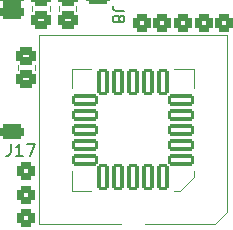
<source format=gto>
G04 #@! TF.GenerationSoftware,KiCad,Pcbnew,7.0.11*
G04 #@! TF.CreationDate,2025-03-05T13:55:33+11:00*
G04 #@! TF.ProjectId,notestmode3,6e6f7465-7374-46d6-9f64-65332e6b6963,rev?*
G04 #@! TF.SameCoordinates,Original*
G04 #@! TF.FileFunction,Legend,Top*
G04 #@! TF.FilePolarity,Positive*
%FSLAX46Y46*%
G04 Gerber Fmt 4.6, Leading zero omitted, Abs format (unit mm)*
G04 Created by KiCad (PCBNEW 7.0.11) date 2025-03-05 13:55:33*
%MOMM*%
%LPD*%
G01*
G04 APERTURE LIST*
G04 Aperture macros list*
%AMRoundRect*
0 Rectangle with rounded corners*
0 $1 Rounding radius*
0 $2 $3 $4 $5 $6 $7 $8 $9 X,Y pos of 4 corners*
0 Add a 4 corners polygon primitive as box body*
4,1,4,$2,$3,$4,$5,$6,$7,$8,$9,$2,$3,0*
0 Add four circle primitives for the rounded corners*
1,1,$1+$1,$2,$3*
1,1,$1+$1,$4,$5*
1,1,$1+$1,$6,$7*
1,1,$1+$1,$8,$9*
0 Add four rect primitives between the rounded corners*
20,1,$1+$1,$2,$3,$4,$5,0*
20,1,$1+$1,$4,$5,$6,$7,0*
20,1,$1+$1,$6,$7,$8,$9,0*
20,1,$1+$1,$8,$9,$2,$3,0*%
G04 Aperture macros list end*
%ADD10C,0.150000*%
%ADD11C,0.119998*%
%ADD12C,0.100000*%
%ADD13RoundRect,0.300960X-0.451440X-0.451440X0.451440X-0.451440X0.451440X0.451440X-0.451440X0.451440X0*%
%ADD14RoundRect,0.317500X-0.723900X-0.317500X0.723900X-0.317500X0.723900X0.317500X-0.723900X0.317500X0*%
%ADD15RoundRect,0.313500X0.538900X-0.438900X0.538900X0.438900X-0.538900X0.438900X-0.538900X-0.438900X0*%
%ADD16RoundRect,0.152400X0.350000X0.962500X-0.350000X0.962500X-0.350000X-0.962500X0.350000X-0.962500X0*%
%ADD17RoundRect,0.152400X0.962500X0.350000X-0.962500X0.350000X-0.962500X-0.350000X0.962500X-0.350000X0*%
G04 APERTURE END LIST*
D10*
X122690476Y-143204819D02*
X122690476Y-143919104D01*
X122690476Y-143919104D02*
X122642857Y-144061961D01*
X122642857Y-144061961D02*
X122547619Y-144157200D01*
X122547619Y-144157200D02*
X122404762Y-144204819D01*
X122404762Y-144204819D02*
X122309524Y-144204819D01*
X123690476Y-144204819D02*
X123119048Y-144204819D01*
X123404762Y-144204819D02*
X123404762Y-143204819D01*
X123404762Y-143204819D02*
X123309524Y-143347676D01*
X123309524Y-143347676D02*
X123214286Y-143442914D01*
X123214286Y-143442914D02*
X123119048Y-143490533D01*
X124023810Y-143204819D02*
X124690476Y-143204819D01*
X124690476Y-143204819D02*
X124261905Y-144204819D01*
X132295180Y-131916666D02*
X131580895Y-131916666D01*
X131580895Y-131916666D02*
X131438038Y-131869047D01*
X131438038Y-131869047D02*
X131342800Y-131773809D01*
X131342800Y-131773809D02*
X131295180Y-131630952D01*
X131295180Y-131630952D02*
X131295180Y-131535714D01*
X131866609Y-132535714D02*
X131914228Y-132440476D01*
X131914228Y-132440476D02*
X131961847Y-132392857D01*
X131961847Y-132392857D02*
X132057085Y-132345238D01*
X132057085Y-132345238D02*
X132104704Y-132345238D01*
X132104704Y-132345238D02*
X132199942Y-132392857D01*
X132199942Y-132392857D02*
X132247561Y-132440476D01*
X132247561Y-132440476D02*
X132295180Y-132535714D01*
X132295180Y-132535714D02*
X132295180Y-132726190D01*
X132295180Y-132726190D02*
X132247561Y-132821428D01*
X132247561Y-132821428D02*
X132199942Y-132869047D01*
X132199942Y-132869047D02*
X132104704Y-132916666D01*
X132104704Y-132916666D02*
X132057085Y-132916666D01*
X132057085Y-132916666D02*
X131961847Y-132869047D01*
X131961847Y-132869047D02*
X131914228Y-132821428D01*
X131914228Y-132821428D02*
X131866609Y-132726190D01*
X131866609Y-132726190D02*
X131866609Y-132535714D01*
X131866609Y-132535714D02*
X131818990Y-132440476D01*
X131818990Y-132440476D02*
X131771371Y-132392857D01*
X131771371Y-132392857D02*
X131676133Y-132345238D01*
X131676133Y-132345238D02*
X131485657Y-132345238D01*
X131485657Y-132345238D02*
X131390419Y-132392857D01*
X131390419Y-132392857D02*
X131342800Y-132440476D01*
X131342800Y-132440476D02*
X131295180Y-132535714D01*
X131295180Y-132535714D02*
X131295180Y-132726190D01*
X131295180Y-132726190D02*
X131342800Y-132821428D01*
X131342800Y-132821428D02*
X131390419Y-132869047D01*
X131390419Y-132869047D02*
X131485657Y-132916666D01*
X131485657Y-132916666D02*
X131676133Y-132916666D01*
X131676133Y-132916666D02*
X131771371Y-132869047D01*
X131771371Y-132869047D02*
X131818990Y-132821428D01*
X131818990Y-132821428D02*
X131866609Y-132726190D01*
D11*
G04 #@! TO.C,R1*
X123265000Y-136977064D02*
X123265000Y-136522936D01*
X124735000Y-136977064D02*
X124735000Y-136522936D01*
G04 #@! TO.C,R2*
X124515000Y-131977064D02*
X124515000Y-131522936D01*
X125985000Y-131977064D02*
X125985000Y-131522936D01*
G04 #@! TO.C,R3*
X126765000Y-131977064D02*
X126765000Y-131522936D01*
X128235000Y-131977064D02*
X128235000Y-131522936D01*
G04 #@! TO.C,U2*
X140975000Y-148975000D02*
X140975000Y-134025000D01*
X140975000Y-134025000D02*
X125025000Y-134025000D01*
X139975000Y-149975000D02*
X140975000Y-148975000D01*
D12*
X138165000Y-146015000D02*
X138165000Y-145515000D01*
X138165000Y-136835000D02*
X138165000Y-138485000D01*
X137015000Y-147165000D02*
X138165000Y-146015000D01*
X136515000Y-147165000D02*
X137015000Y-147165000D01*
X136515000Y-136835000D02*
X138165000Y-136835000D01*
D11*
X134000000Y-149975000D02*
X139975000Y-149975000D01*
D12*
X129485000Y-147165000D02*
X127835000Y-147165000D01*
X129485000Y-136835000D02*
X127835000Y-136835000D01*
X127835000Y-147165000D02*
X127835000Y-145515000D01*
X127835000Y-136835000D02*
X127835000Y-138485000D01*
D11*
X125025000Y-149975000D02*
X132000000Y-149975000D01*
X125025000Y-134025000D02*
X125025000Y-149975000D01*
G04 #@! TD*
%LPC*%
D13*
G04 #@! TO.C,J6*
X137250000Y-132999000D03*
G04 #@! TD*
G04 #@! TO.C,J4*
X140750000Y-133000000D03*
G04 #@! TD*
G04 #@! TO.C,J17*
X124000000Y-145500000D03*
G04 #@! TD*
G04 #@! TO.C,J8*
X133750000Y-132999000D03*
G04 #@! TD*
G04 #@! TO.C,J7*
X135500000Y-133000000D03*
G04 #@! TD*
G04 #@! TO.C,J19*
X124000000Y-149500000D03*
G04 #@! TD*
D14*
G04 #@! TO.C,J1*
X122809000Y-127000000D03*
X122809000Y-128270000D03*
X122809000Y-129540000D03*
X122809000Y-130810000D03*
X122809000Y-132080000D03*
X122809000Y-142240000D03*
X130048000Y-130810000D03*
X130048000Y-129540000D03*
X130048000Y-128270000D03*
X130048000Y-127000000D03*
G04 #@! TD*
D13*
G04 #@! TO.C,J5*
X139000000Y-133000000D03*
G04 #@! TD*
D15*
G04 #@! TO.C,R1*
X124000000Y-137750000D03*
X124000000Y-135750000D03*
G04 #@! TD*
G04 #@! TO.C,R2*
X125250000Y-132750000D03*
X125250000Y-130750000D03*
G04 #@! TD*
D13*
G04 #@! TO.C,J18*
X124000000Y-147500000D03*
G04 #@! TD*
D15*
G04 #@! TO.C,R3*
X127500000Y-132750000D03*
X127500000Y-130750000D03*
G04 #@! TD*
D16*
G04 #@! TO.C,U2*
X133000000Y-146052500D03*
X134270000Y-146052500D03*
X135540000Y-146052500D03*
D17*
X137052500Y-144540000D03*
X137052500Y-143270000D03*
X137052500Y-142000000D03*
X137052500Y-140730000D03*
X137052500Y-139460000D03*
D16*
X135540000Y-137947500D03*
X134270000Y-137947500D03*
X133000000Y-137947500D03*
X131730000Y-137947500D03*
X130460000Y-137947500D03*
D17*
X128947500Y-139460000D03*
X128947500Y-140730000D03*
X128947500Y-142000000D03*
X128947500Y-143270000D03*
X128947500Y-144540000D03*
D16*
X130460000Y-146052500D03*
X131730000Y-146052500D03*
G04 #@! TD*
%LPD*%
M02*

</source>
